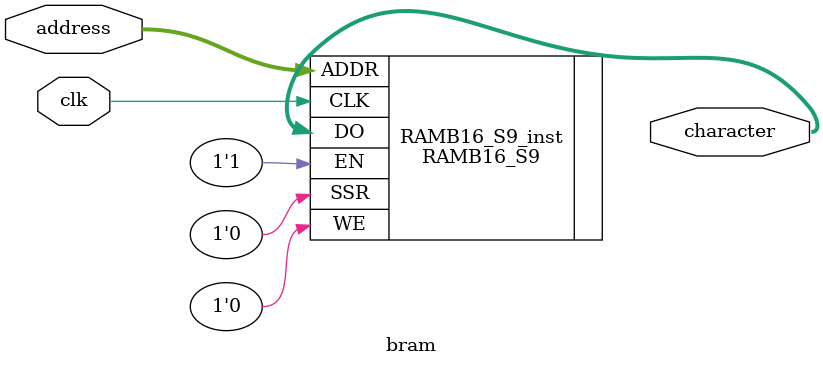
<source format=v>
`timescale 1ns / 1ps
module bram(clk,address,character);
input clk;
input [10:0] address;
output [7:0] character;


   RAMB16_S9 #(
      .INIT(9'h000),  // Value of output RAM registers at startup
      .SRVAL(9'h000), // Output value upon SSR assertion
      .WRITE_MODE("WRITE_FIRST"), // WRITE_FIRST, READ_FIRST or NO_CHANGE
		
		// Address 0 to 255
      //<first line> ABCDEFGHIJKLMNOP 
		//<second line> abcdefghijklmno(cursor)
		.INIT_00(256'hFF_6F_6E_6D_6C_6B_6A_69_68_67_66_65_64_63_62_61_50_4F_4E_4D_4C_4B_4A_49_48_47_46_45_44_43_42_41)
   ) RAMB16_S9_inst (
      .DO(character),// 8-bit output
      .ADDR(address),  // 11-bit address input
      .CLK(clk),    // Clock
      .EN(1'b1),      // RAM Enable Input
      .SSR(1'b0),    // Synchronous Set/Reset Input
      .WE(1'b0)       // Write Enable Input
   );
endmodule

</source>
